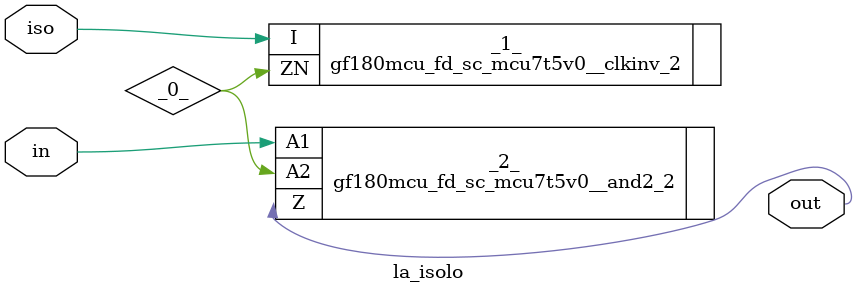
<source format=v>
/* Generated by Yosys 0.37 (git sha1 a5c7f69ed, clang 14.0.0-1ubuntu1.1 -fPIC -Os) */

module la_isolo(iso, in, out);
  wire _0_;
  input in;
  wire in;
  input iso;
  wire iso;
  output out;
  wire out;
  gf180mcu_fd_sc_mcu7t5v0__clkinv_2 _1_ (
    .I(iso),
    .ZN(_0_)
  );
  gf180mcu_fd_sc_mcu7t5v0__and2_2 _2_ (
    .A1(in),
    .A2(_0_),
    .Z(out)
  );
endmodule

</source>
